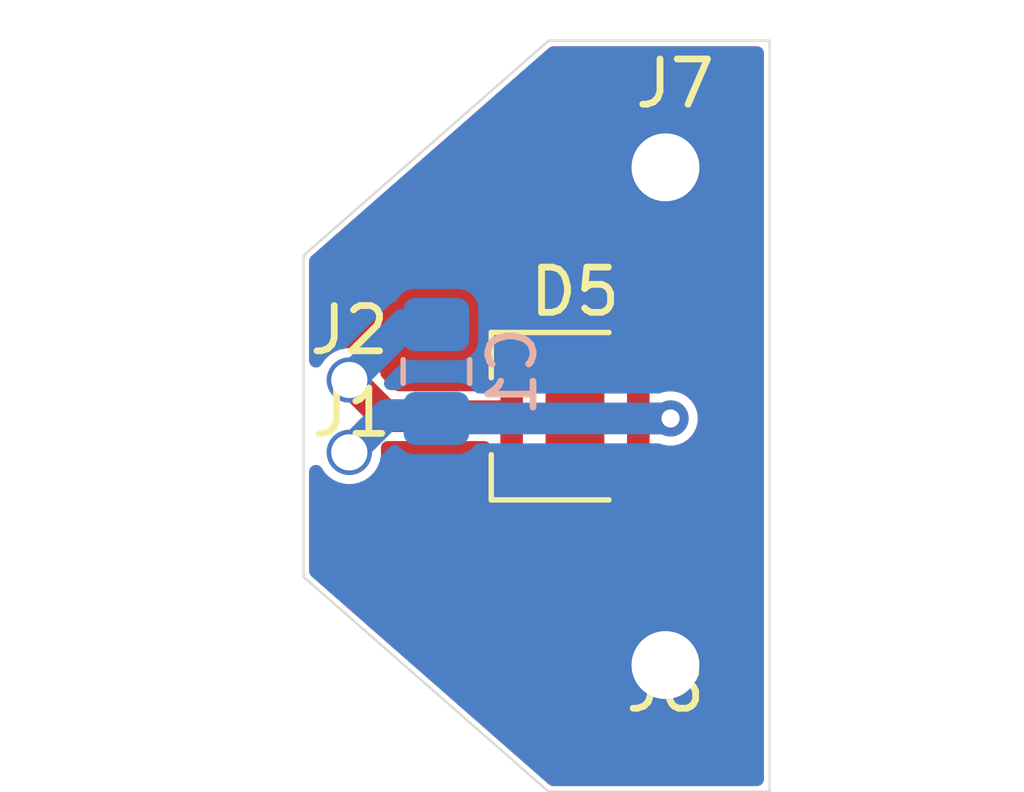
<source format=kicad_pcb>
(kicad_pcb (version 20171130) (host pcbnew "(5.1.9)-1")

  (general
    (thickness 1.6)
    (drawings 6)
    (tracks 11)
    (zones 0)
    (modules 6)
    (nets 4)
  )

  (page A4)
  (layers
    (0 F.Cu signal)
    (31 B.Cu signal)
    (32 B.Adhes user)
    (33 F.Adhes user)
    (34 B.Paste user)
    (35 F.Paste user)
    (36 B.SilkS user)
    (37 F.SilkS user)
    (38 B.Mask user)
    (39 F.Mask user)
    (40 Dwgs.User user)
    (41 Cmts.User user)
    (42 Eco1.User user)
    (43 Eco2.User user)
    (44 Edge.Cuts user)
    (45 Margin user)
    (46 B.CrtYd user)
    (47 F.CrtYd user)
    (48 B.Fab user)
    (49 F.Fab user)
  )

  (setup
    (last_trace_width 0.25)
    (user_trace_width 0.5)
    (user_trace_width 0.7)
    (trace_clearance 0.2)
    (zone_clearance 0.1)
    (zone_45_only no)
    (trace_min 0.2)
    (via_size 0.8)
    (via_drill 0.4)
    (via_min_size 0.4)
    (via_min_drill 0.3)
    (uvia_size 0.3)
    (uvia_drill 0.1)
    (uvias_allowed no)
    (uvia_min_size 0.2)
    (uvia_min_drill 0.1)
    (edge_width 0.05)
    (segment_width 0.2)
    (pcb_text_width 0.3)
    (pcb_text_size 1.5 1.5)
    (mod_edge_width 0.12)
    (mod_text_size 1 1)
    (mod_text_width 0.15)
    (pad_size 1 1)
    (pad_drill 0.8)
    (pad_to_mask_clearance 0)
    (aux_axis_origin 0 0)
    (visible_elements 7FFFFFFF)
    (pcbplotparams
      (layerselection 0x010fc_ffffffff)
      (usegerberextensions false)
      (usegerberattributes true)
      (usegerberadvancedattributes true)
      (creategerberjobfile true)
      (excludeedgelayer true)
      (linewidth 0.100000)
      (plotframeref false)
      (viasonmask false)
      (mode 1)
      (useauxorigin false)
      (hpglpennumber 1)
      (hpglpenspeed 20)
      (hpglpendiameter 15.000000)
      (psnegative false)
      (psa4output false)
      (plotreference true)
      (plotvalue true)
      (plotinvisibletext false)
      (padsonsilk false)
      (subtractmaskfromsilk false)
      (outputformat 1)
      (mirror false)
      (drillshape 0)
      (scaleselection 1)
      (outputdirectory "../../../Gerbers/LED_Tail_001/"))
  )

  (net 0 "")
  (net 1 "Net-(C1-Pad1)")
  (net 2 "Net-(C1-Pad2)")
  (net 3 GND)

  (net_class Default "This is the default net class."
    (clearance 0.2)
    (trace_width 0.25)
    (via_dia 0.8)
    (via_drill 0.4)
    (uvia_dia 0.3)
    (uvia_drill 0.1)
    (add_net GND)
    (add_net "Net-(C1-Pad1)")
    (add_net "Net-(C1-Pad2)")
  )

  (module Capacitor_SMD:C_0805_2012Metric_Pad1.18x1.45mm_HandSolder (layer B.Cu) (tedit 5F68FEEF) (tstamp 612905B5)
    (at 47.8 -0.9875 90)
    (descr "Capacitor SMD 0805 (2012 Metric), square (rectangular) end terminal, IPC_7351 nominal with elongated pad for handsoldering. (Body size source: IPC-SM-782 page 76, https://www.pcb-3d.com/wordpress/wp-content/uploads/ipc-sm-782a_amendment_1_and_2.pdf, https://docs.google.com/spreadsheets/d/1BsfQQcO9C6DZCsRaXUlFlo91Tg2WpOkGARC1WS5S8t0/edit?usp=sharing), generated with kicad-footprint-generator")
    (tags "capacitor handsolder")
    (path /612B4E39)
    (attr smd)
    (fp_text reference C1 (at 0 1.68 270) (layer B.SilkS)
      (effects (font (size 1 1) (thickness 0.15)) (justify mirror))
    )
    (fp_text value C (at 0 -1.68 270) (layer B.Fab)
      (effects (font (size 1 1) (thickness 0.15)) (justify mirror))
    )
    (fp_line (start -1 -0.625) (end -1 0.625) (layer B.Fab) (width 0.1))
    (fp_line (start -1 0.625) (end 1 0.625) (layer B.Fab) (width 0.1))
    (fp_line (start 1 0.625) (end 1 -0.625) (layer B.Fab) (width 0.1))
    (fp_line (start 1 -0.625) (end -1 -0.625) (layer B.Fab) (width 0.1))
    (fp_line (start -0.261252 0.735) (end 0.261252 0.735) (layer B.SilkS) (width 0.12))
    (fp_line (start -0.261252 -0.735) (end 0.261252 -0.735) (layer B.SilkS) (width 0.12))
    (fp_line (start -1.88 -0.98) (end -1.88 0.98) (layer B.CrtYd) (width 0.05))
    (fp_line (start -1.88 0.98) (end 1.88 0.98) (layer B.CrtYd) (width 0.05))
    (fp_line (start 1.88 0.98) (end 1.88 -0.98) (layer B.CrtYd) (width 0.05))
    (fp_line (start 1.88 -0.98) (end -1.88 -0.98) (layer B.CrtYd) (width 0.05))
    (fp_text user %R (at 0 0 270) (layer B.Fab)
      (effects (font (size 0.5 0.5) (thickness 0.08)) (justify mirror))
    )
    (pad 1 smd roundrect (at -1.0375 0 90) (size 1.175 1.45) (layers B.Cu B.Paste B.Mask) (roundrect_rratio 0.2127659574468085)
      (net 1 "Net-(C1-Pad1)"))
    (pad 2 smd roundrect (at 1.0375 0 90) (size 1.175 1.45) (layers B.Cu B.Paste B.Mask) (roundrect_rratio 0.2127659574468085)
      (net 2 "Net-(C1-Pad2)"))
    (model ${KISYS3DMOD}/Capacitor_SMD.3dshapes/C_0805_2012Metric.wrl
      (at (xyz 0 0 0))
      (scale (xyz 1 1 1))
      (rotate (xyz 0 0 0))
    )
  )

  (module LED_SMD:LED_Cree-XHP35 (layer F.Cu) (tedit 5E7E470B) (tstamp 612905D2)
    (at 50.8624 0)
    (descr http://www.cree.com/~/media/Files/Cree/LED-Components-and-Modules/XLamp/Data-and-Binning/ds--XHP35.pdf)
    (tags "LED Cree XHP35")
    (path /612B5D59)
    (attr smd)
    (fp_text reference D5 (at 0 -2.75) (layer F.SilkS)
      (effects (font (size 1 1) (thickness 0.15)))
    )
    (fp_text value LED (at 0 2.75) (layer F.Fab)
      (effects (font (size 1 1) (thickness 0.15)))
    )
    (fp_line (start -1.65 -1.65) (end 1.65 -1.65) (layer F.Fab) (width 0.1))
    (fp_line (start 1.65 -1.65) (end 1.65 1.65) (layer F.Fab) (width 0.1))
    (fp_line (start 1.65 1.65) (end -1.65 1.65) (layer F.Fab) (width 0.1))
    (fp_line (start -1.65 1.65) (end -1.65 -1.65) (layer F.Fab) (width 0.1))
    (fp_line (start 0.75 -1.85) (end -1.85 -1.85) (layer F.SilkS) (width 0.12))
    (fp_line (start -1.85 -1.85) (end -1.85 -0.85) (layer F.SilkS) (width 0.12))
    (fp_line (start 0.75 1.85) (end -1.85 1.85) (layer F.SilkS) (width 0.12))
    (fp_line (start -1.85 1.85) (end -1.85 0.85) (layer F.SilkS) (width 0.12))
    (fp_line (start -1.9 1.9) (end 1.9 1.9) (layer F.CrtYd) (width 0.05))
    (fp_line (start 1.9 1.9) (end 1.9 -1.9) (layer F.CrtYd) (width 0.05))
    (fp_line (start 1.9 -1.9) (end -1.9 -1.9) (layer F.CrtYd) (width 0.05))
    (fp_line (start -1.9 -1.9) (end -1.9 1.9) (layer F.CrtYd) (width 0.05))
    (fp_line (start 1.25 0) (end 0.5 0) (layer F.Fab) (width 0.1))
    (fp_line (start -1.25 0) (end -0.5 0) (layer F.Fab) (width 0.1))
    (fp_line (start -0.5 -0.5) (end -0.5 0.5) (layer F.Fab) (width 0.1))
    (fp_line (start -0.5 0) (end 0.5 -0.5) (layer F.Fab) (width 0.1))
    (fp_line (start 0.5 -0.5) (end 0.5 0.5) (layer F.Fab) (width 0.1))
    (fp_line (start 0.5 0.5) (end -0.5 0) (layer F.Fab) (width 0.1))
    (fp_text user %R (at 0 0) (layer F.Fab)
      (effects (font (size 0.8 0.8) (thickness 0.08)))
    )
    (pad 2 smd rect (at 1.4 0) (size 0.5 3.3) (layers F.Cu F.Paste F.Mask)
      (net 1 "Net-(C1-Pad1)"))
    (pad 1 smd rect (at -1.4 0) (size 0.5 3.3) (layers F.Cu F.Paste F.Mask)
      (net 2 "Net-(C1-Pad2)"))
    (pad 3 smd rect (at 0 0) (size 1.3 3.3) (layers F.Cu F.Mask))
    (pad "" smd rect (at 0 1) (size 1.01 0.75) (layers F.Paste))
    (pad "" smd rect (at 0 -1) (size 1.01 0.75) (layers F.Paste))
    (pad "" smd rect (at 0 0) (size 1.01 0.75) (layers F.Paste))
    (model ${KISYS3DMOD}/LED_SMD.3dshapes/LED_Cree-XHP35.wrl
      (at (xyz 0 0 0))
      (scale (xyz 1 1 1))
      (rotate (xyz 0 0 0))
    )
  )

  (module pins:pin_0.8 (layer F.Cu) (tedit 6128AAB2) (tstamp 612905D7)
    (at 45.925 -0.575)
    (path /612B4E2D)
    (fp_text reference J1 (at 0 0.5) (layer F.SilkS)
      (effects (font (size 1 1) (thickness 0.15)))
    )
    (fp_text value Conn_01x01_Female (at 0 -0.5) (layer F.Fab)
      (effects (font (size 1 1) (thickness 0.15)))
    )
    (pad 1 thru_hole circle (at -0.05 1.375) (size 1 1) (drill 0.8) (layers *.Cu *.Mask)
      (net 1 "Net-(C1-Pad1)"))
  )

  (module pins:pin_0.8 (layer F.Cu) (tedit 6128AA9E) (tstamp 612905DC)
    (at 45.875 -2.4)
    (path /612B4E33)
    (fp_text reference J2 (at 0 0.5) (layer F.SilkS)
      (effects (font (size 1 1) (thickness 0.15)))
    )
    (fp_text value Conn_01x01_Female (at 0 -0.5) (layer F.Fab)
      (effects (font (size 1 1) (thickness 0.15)))
    )
    (pad 1 thru_hole circle (at 0 1.6) (size 1 1) (drill 0.8) (layers *.Cu *.Mask)
      (net 2 "Net-(C1-Pad2)"))
  )

  (module pins:pin_1.5 (layer F.Cu) (tedit 6128AA62) (tstamp 612905E1)
    (at 53.075 -7.85)
    (path /61220A38)
    (fp_text reference J7 (at 0 0.5) (layer F.SilkS)
      (effects (font (size 1 1) (thickness 0.15)))
    )
    (fp_text value Conn_01x01_Female (at 0 -0.5) (layer F.Fab)
      (effects (font (size 1 1) (thickness 0.15)))
    )
    (pad 1 thru_hole circle (at -0.2126 2.35) (size 1.9 1.9) (drill 1.5) (layers *.Cu *.Mask)
      (net 3 GND))
  )

  (module pins:pin_1.5 (layer F.Cu) (tedit 6128AA47) (tstamp 612905E6)
    (at 52.8624 5.5)
    (path /6122126C)
    (fp_text reference J8 (at 0 0.5) (layer F.SilkS)
      (effects (font (size 1 1) (thickness 0.15)))
    )
    (fp_text value Conn_01x01_Female (at 0 -0.5) (layer F.Fab)
      (effects (font (size 1 1) (thickness 0.15)))
    )
    (pad 1 thru_hole circle (at 0 0) (size 1.9 1.9) (drill 1.5) (layers *.Cu *.Mask)
      (net 3 GND))
  )

  (gr_line (start 44.8624 -3.5503) (end 44.8624 3.5503) (layer Edge.Cuts) (width 0.05) (tstamp 61290660))
  (gr_line (start 50.2806 -8.3) (end 44.8624 -3.5503) (layer Edge.Cuts) (width 0.05))
  (gr_line (start 55.162 -8.3) (end 50.2806 -8.3) (layer Edge.Cuts) (width 0.05))
  (gr_line (start 55.162 8.3) (end 55.162 -8.3) (layer Edge.Cuts) (width 0.05))
  (gr_line (start 50.2806 8.3) (end 55.162 8.3) (layer Edge.Cuts) (width 0.05))
  (gr_line (start 44.8624 3.5503) (end 50.2806 8.3) (layer Edge.Cuts) (width 0.05))

  (segment (start 45.875 0.8) (end 46.7 -0.025) (width 0.7) (layer B.Cu) (net 1))
  (segment (start 47.725 -0.025) (end 47.8 0.05) (width 0.7) (layer B.Cu) (net 1))
  (segment (start 46.7 -0.025) (end 47.725 -0.025) (width 0.7) (layer B.Cu) (net 1))
  (segment (start 47.8 0.05) (end 52.975 0.05) (width 0.7) (layer B.Cu) (net 1))
  (via (at 52.975 0.05) (size 0.8) (drill 0.4) (layers F.Cu B.Cu) (net 1))
  (segment (start 52.3124 0.05) (end 52.2624 0) (width 0.7) (layer F.Cu) (net 1))
  (segment (start 52.975 0.05) (end 52.3124 0.05) (width 0.7) (layer F.Cu) (net 1))
  (segment (start 45.875 -0.8) (end 46.675 0) (width 0.7) (layer F.Cu) (net 2))
  (segment (start 46.675 0) (end 49.4624 0) (width 0.7) (layer F.Cu) (net 2))
  (segment (start 47.1 -2.025) (end 47.8 -2.025) (width 0.7) (layer B.Cu) (net 2))
  (segment (start 45.875 -0.8) (end 47.1 -2.025) (width 0.7) (layer B.Cu) (net 2))

  (zone (net 3) (net_name GND) (layer F.Cu) (tstamp 61299FD0) (hatch edge 0.508)
    (connect_pads yes (clearance 0.1))
    (min_thickness 0.3)
    (fill yes (arc_segments 32) (thermal_gap 0.508) (thermal_bridge_width 0.508))
    (polygon
      (pts
        (xy 55.175 8.3) (xy 50.275 8.3) (xy 44.875 3.55) (xy 44.875 -3.55) (xy 50.275 -8.3)
        (xy 55.175 -8.3)
      )
    )
    (filled_polygon
      (pts
        (xy 54.887 8.025) (xy 50.38407 8.025) (xy 45.1374 3.425667) (xy 45.1374 1.226063) (xy 45.214762 1.341844)
        (xy 45.333156 1.460238) (xy 45.472374 1.55326) (xy 45.627064 1.617335) (xy 45.791282 1.65) (xy 45.958718 1.65)
        (xy 46.122936 1.617335) (xy 46.277626 1.55326) (xy 46.416844 1.460238) (xy 46.535238 1.341844) (xy 46.62826 1.202626)
        (xy 46.692335 1.047936) (xy 46.725 0.883718) (xy 46.725 0.716282) (xy 46.721761 0.7) (xy 48.860707 0.7)
        (xy 48.860707 1.65) (xy 48.867465 1.718612) (xy 48.887478 1.784587) (xy 48.919978 1.84539) (xy 48.963715 1.898685)
        (xy 49.01701 1.942422) (xy 49.077813 1.974922) (xy 49.143788 1.994935) (xy 49.2124 2.001693) (xy 49.7124 2.001693)
        (xy 49.781012 1.994935) (xy 49.846987 1.974922) (xy 49.90779 1.942422) (xy 49.961085 1.898685) (xy 49.9624 1.897083)
        (xy 49.963715 1.898685) (xy 50.01701 1.942422) (xy 50.077813 1.974922) (xy 50.143788 1.994935) (xy 50.2124 2.001693)
        (xy 51.5124 2.001693) (xy 51.581012 1.994935) (xy 51.646987 1.974922) (xy 51.70779 1.942422) (xy 51.761085 1.898685)
        (xy 51.7624 1.897083) (xy 51.763715 1.898685) (xy 51.81701 1.942422) (xy 51.877813 1.974922) (xy 51.943788 1.994935)
        (xy 52.0124 2.001693) (xy 52.5124 2.001693) (xy 52.581012 1.994935) (xy 52.646987 1.974922) (xy 52.70779 1.942422)
        (xy 52.761085 1.898685) (xy 52.804822 1.84539) (xy 52.837322 1.784587) (xy 52.857335 1.718612) (xy 52.864093 1.65)
        (xy 52.864093 0.792633) (xy 52.901131 0.8) (xy 53.048869 0.8) (xy 53.193767 0.771178) (xy 53.330258 0.714641)
        (xy 53.453097 0.632563) (xy 53.557563 0.528097) (xy 53.639641 0.405258) (xy 53.696178 0.268767) (xy 53.725 0.123869)
        (xy 53.725 -0.023869) (xy 53.696178 -0.168767) (xy 53.639641 -0.305258) (xy 53.557563 -0.428097) (xy 53.453097 -0.532563)
        (xy 53.330258 -0.614641) (xy 53.193767 -0.671178) (xy 53.048869 -0.7) (xy 52.901131 -0.7) (xy 52.864093 -0.692633)
        (xy 52.864093 -1.65) (xy 52.857335 -1.718612) (xy 52.837322 -1.784587) (xy 52.804822 -1.84539) (xy 52.761085 -1.898685)
        (xy 52.70779 -1.942422) (xy 52.646987 -1.974922) (xy 52.581012 -1.994935) (xy 52.5124 -2.001693) (xy 52.0124 -2.001693)
        (xy 51.943788 -1.994935) (xy 51.877813 -1.974922) (xy 51.81701 -1.942422) (xy 51.763715 -1.898685) (xy 51.7624 -1.897083)
        (xy 51.761085 -1.898685) (xy 51.70779 -1.942422) (xy 51.646987 -1.974922) (xy 51.581012 -1.994935) (xy 51.5124 -2.001693)
        (xy 50.2124 -2.001693) (xy 50.143788 -1.994935) (xy 50.077813 -1.974922) (xy 50.01701 -1.942422) (xy 49.963715 -1.898685)
        (xy 49.9624 -1.897083) (xy 49.961085 -1.898685) (xy 49.90779 -1.942422) (xy 49.846987 -1.974922) (xy 49.781012 -1.994935)
        (xy 49.7124 -2.001693) (xy 49.2124 -2.001693) (xy 49.143788 -1.994935) (xy 49.077813 -1.974922) (xy 49.01701 -1.942422)
        (xy 48.963715 -1.898685) (xy 48.919978 -1.84539) (xy 48.887478 -1.784587) (xy 48.867465 -1.718612) (xy 48.860707 -1.65)
        (xy 48.860707 -0.7) (xy 46.96495 -0.7) (xy 46.711038 -0.953912) (xy 46.692335 -1.047936) (xy 46.62826 -1.202626)
        (xy 46.535238 -1.341844) (xy 46.416844 -1.460238) (xy 46.277626 -1.55326) (xy 46.122936 -1.617335) (xy 45.958718 -1.65)
        (xy 45.791282 -1.65) (xy 45.627064 -1.617335) (xy 45.472374 -1.55326) (xy 45.333156 -1.460238) (xy 45.214762 -1.341844)
        (xy 45.1374 -1.226063) (xy 45.1374 -3.425667) (xy 50.38407 -8.025) (xy 54.887001 -8.025)
      )
    )
  )
  (zone (net 3) (net_name GND) (layer B.Cu) (tstamp 61299FCD) (hatch edge 0.508)
    (connect_pads yes (clearance 0.1))
    (min_thickness 0.3)
    (fill yes (arc_segments 32) (thermal_gap 0.508) (thermal_bridge_width 0.508))
    (polygon
      (pts
        (xy 55.15 8.3) (xy 50.275 8.3) (xy 44.85 3.55) (xy 44.85 -3.55) (xy 50.275 -8.3)
        (xy 55.15 -8.3)
      )
    )
    (filled_polygon
      (pts
        (xy 54.887 8.025) (xy 50.38407 8.025) (xy 45.1374 3.425667) (xy 45.1374 1.226063) (xy 45.214762 1.341844)
        (xy 45.333156 1.460238) (xy 45.472374 1.55326) (xy 45.627064 1.617335) (xy 45.791282 1.65) (xy 45.958718 1.65)
        (xy 46.122936 1.617335) (xy 46.277626 1.55326) (xy 46.416844 1.460238) (xy 46.535238 1.341844) (xy 46.62826 1.202626)
        (xy 46.692335 1.047936) (xy 46.711038 0.953912) (xy 46.878105 0.786844) (xy 46.899539 0.812961) (xy 46.990717 0.887789)
        (xy 47.094742 0.943392) (xy 47.207616 0.977632) (xy 47.325 0.989193) (xy 48.275 0.989193) (xy 48.392384 0.977632)
        (xy 48.505258 0.943392) (xy 48.609283 0.887789) (xy 48.700461 0.812961) (xy 48.752132 0.75) (xy 52.705105 0.75)
        (xy 52.756233 0.771178) (xy 52.901131 0.8) (xy 53.048869 0.8) (xy 53.193767 0.771178) (xy 53.330258 0.714641)
        (xy 53.453097 0.632563) (xy 53.557563 0.528097) (xy 53.639641 0.405258) (xy 53.696178 0.268767) (xy 53.725 0.123869)
        (xy 53.725 -0.023869) (xy 53.696178 -0.168767) (xy 53.639641 -0.305258) (xy 53.557563 -0.428097) (xy 53.453097 -0.532563)
        (xy 53.330258 -0.614641) (xy 53.193767 -0.671178) (xy 53.048869 -0.7) (xy 52.901131 -0.7) (xy 52.756233 -0.671178)
        (xy 52.705105 -0.65) (xy 48.752132 -0.65) (xy 48.700461 -0.712961) (xy 48.609283 -0.787789) (xy 48.505258 -0.843392)
        (xy 48.392384 -0.877632) (xy 48.275 -0.889193) (xy 47.325 -0.889193) (xy 47.207616 -0.877632) (xy 47.094742 -0.843392)
        (xy 46.990717 -0.787789) (xy 46.914209 -0.725) (xy 46.789949 -0.725) (xy 47.172861 -1.107911) (xy 47.207616 -1.097368)
        (xy 47.325 -1.085807) (xy 48.275 -1.085807) (xy 48.392384 -1.097368) (xy 48.505258 -1.131608) (xy 48.609283 -1.187211)
        (xy 48.700461 -1.262039) (xy 48.775289 -1.353217) (xy 48.830892 -1.457242) (xy 48.865132 -1.570116) (xy 48.876693 -1.6875)
        (xy 48.876693 -2.3625) (xy 48.865132 -2.479884) (xy 48.830892 -2.592758) (xy 48.775289 -2.696783) (xy 48.700461 -2.787961)
        (xy 48.609283 -2.862789) (xy 48.505258 -2.918392) (xy 48.392384 -2.952632) (xy 48.275 -2.964193) (xy 47.325 -2.964193)
        (xy 47.207616 -2.952632) (xy 47.094742 -2.918392) (xy 46.990717 -2.862789) (xy 46.899539 -2.787961) (xy 46.824711 -2.696783)
        (xy 46.805849 -2.661495) (xy 46.709219 -2.609845) (xy 46.60263 -2.52237) (xy 46.580708 -2.495658) (xy 45.721088 -1.636038)
        (xy 45.627064 -1.617335) (xy 45.472374 -1.55326) (xy 45.333156 -1.460238) (xy 45.214762 -1.341844) (xy 45.1374 -1.226063)
        (xy 45.1374 -3.425667) (xy 50.38407 -8.025) (xy 54.887001 -8.025)
      )
    )
  )
)

</source>
